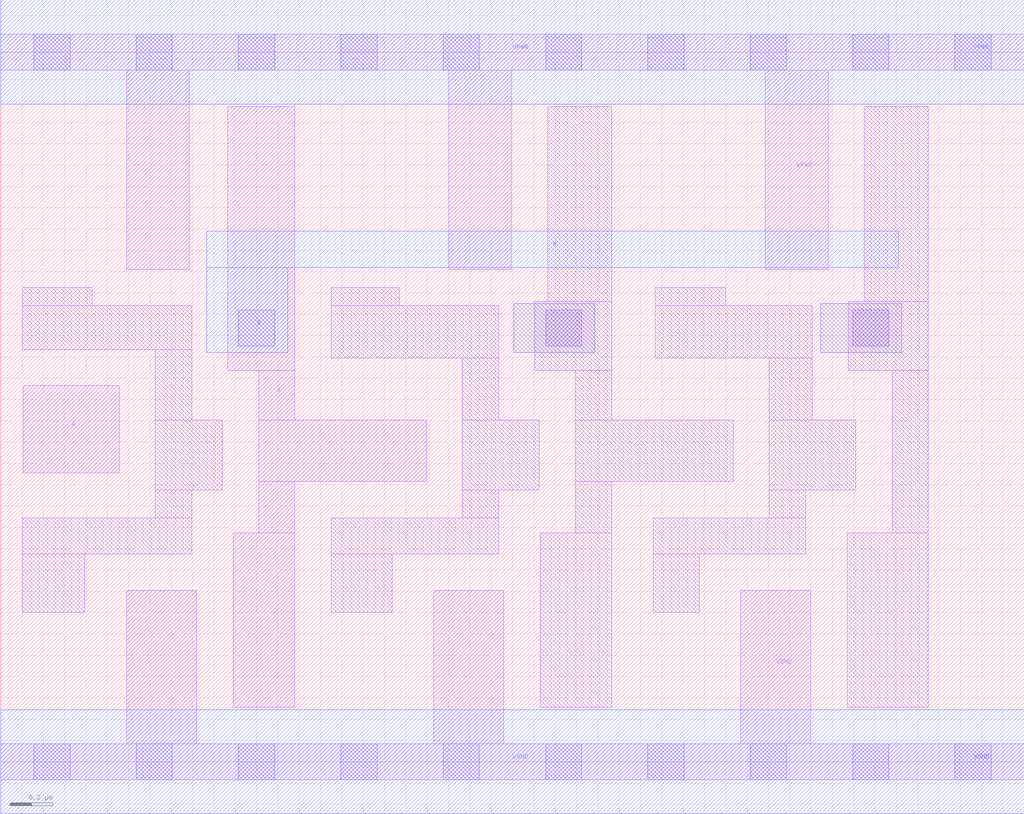
<source format=lef>
# Copyright 2020 The SkyWater PDK Authors
#
# Licensed under the Apache License, Version 2.0 (the "License");
# you may not use this file except in compliance with the License.
# You may obtain a copy of the License at
#
#     https://www.apache.org/licenses/LICENSE-2.0
#
# Unless required by applicable law or agreed to in writing, software
# distributed under the License is distributed on an "AS IS" BASIS,
# WITHOUT WARRANTIES OR CONDITIONS OF ANY KIND, either express or implied.
# See the License for the specific language governing permissions and
# limitations under the License.
#
# SPDX-License-Identifier: Apache-2.0

VERSION 5.7 ;
  NAMESCASESENSITIVE ON ;
  NOWIREEXTENSIONATPIN ON ;
  DIVIDERCHAR "/" ;
  BUSBITCHARS "[]" ;
UNITS
  DATABASE MICRONS 200 ;
END UNITS
MACRO sky130_fd_sc_ls__dlymetal6s2s_1
  CLASS CORE ;
  SOURCE USER ;
  FOREIGN sky130_fd_sc_ls__dlymetal6s2s_1 ;
  ORIGIN  0.000000  0.000000 ;
  SIZE  4.800000 BY  3.330000 ;
  SYMMETRY X Y ;
  SITE unit ;
  PIN A
    ANTENNAGATEAREA  0.126000 ;
    DIRECTION INPUT ;
    USE SIGNAL ;
    PORT
      LAYER li1 ;
        RECT 0.105000 1.355000 0.555000 1.765000 ;
    END
  END A
  PIN X
    ANTENNADIFFAREA  0.504100 ;
    ANTENNAGATEAREA  0.126000 ;
    DIRECTION OUTPUT ;
    USE SIGNAL ;
    PORT
      LAYER li1 ;
        RECT 1.065000 1.835000 1.380000 3.075000 ;
        RECT 1.090000 0.255000 1.380000 1.075000 ;
        RECT 1.210000 1.075000 1.380000 1.315000 ;
        RECT 1.210000 1.315000 1.995000 1.605000 ;
        RECT 1.210000 1.605000 1.380000 1.835000 ;
      LAYER mcon ;
        RECT 1.115000 1.950000 1.285000 2.120000 ;
      LAYER met1 ;
        RECT 0.965000 1.920000 1.345000 2.320000 ;
        RECT 0.965000 2.320000 4.210000 2.490000 ;
    END
  END X
  PIN VGND
    DIRECTION INOUT ;
    SHAPE ABUTMENT ;
    USE GROUND ;
    PORT
      LAYER li1 ;
        RECT 0.000000 -0.085000 4.800000 0.085000 ;
        RECT 0.590000  0.085000 0.920000 0.805000 ;
        RECT 2.030000  0.085000 2.360000 0.805000 ;
        RECT 3.470000  0.085000 3.800000 0.805000 ;
      LAYER mcon ;
        RECT 0.155000 -0.085000 0.325000 0.085000 ;
        RECT 0.635000 -0.085000 0.805000 0.085000 ;
        RECT 1.115000 -0.085000 1.285000 0.085000 ;
        RECT 1.595000 -0.085000 1.765000 0.085000 ;
        RECT 2.075000 -0.085000 2.245000 0.085000 ;
        RECT 2.555000 -0.085000 2.725000 0.085000 ;
        RECT 3.035000 -0.085000 3.205000 0.085000 ;
        RECT 3.515000 -0.085000 3.685000 0.085000 ;
        RECT 3.995000 -0.085000 4.165000 0.085000 ;
        RECT 4.475000 -0.085000 4.645000 0.085000 ;
      LAYER met1 ;
        RECT 0.000000 -0.245000 4.800000 0.245000 ;
    END
  END VGND
  PIN VPWR
    DIRECTION INOUT ;
    SHAPE ABUTMENT ;
    USE POWER ;
    PORT
      LAYER li1 ;
        RECT 0.000000 3.245000 4.800000 3.415000 ;
        RECT 0.590000 2.310000 0.885000 3.245000 ;
        RECT 2.100000 2.310000 2.395000 3.245000 ;
        RECT 3.585000 2.310000 3.880000 3.245000 ;
      LAYER mcon ;
        RECT 0.155000 3.245000 0.325000 3.415000 ;
        RECT 0.635000 3.245000 0.805000 3.415000 ;
        RECT 1.115000 3.245000 1.285000 3.415000 ;
        RECT 1.595000 3.245000 1.765000 3.415000 ;
        RECT 2.075000 3.245000 2.245000 3.415000 ;
        RECT 2.555000 3.245000 2.725000 3.415000 ;
        RECT 3.035000 3.245000 3.205000 3.415000 ;
        RECT 3.515000 3.245000 3.685000 3.415000 ;
        RECT 3.995000 3.245000 4.165000 3.415000 ;
        RECT 4.475000 3.245000 4.645000 3.415000 ;
      LAYER met1 ;
        RECT 0.000000 3.085000 4.800000 3.575000 ;
    END
  END VPWR
  OBS
    LAYER li1 ;
      RECT 0.100000 0.700000 0.395000 0.975000 ;
      RECT 0.100000 0.975000 0.895000 1.145000 ;
      RECT 0.100000 1.935000 0.895000 2.140000 ;
      RECT 0.100000 2.140000 0.430000 2.225000 ;
      RECT 0.725000 1.145000 0.895000 1.275000 ;
      RECT 0.725000 1.275000 1.040000 1.605000 ;
      RECT 0.725000 1.605000 0.895000 1.935000 ;
      RECT 1.550000 0.700000 1.835000 0.975000 ;
      RECT 1.550000 0.975000 2.335000 1.145000 ;
      RECT 1.550000 1.895000 2.335000 2.140000 ;
      RECT 1.550000 2.140000 1.870000 2.225000 ;
      RECT 2.165000 1.145000 2.335000 1.275000 ;
      RECT 2.165000 1.275000 2.525000 1.605000 ;
      RECT 2.165000 1.605000 2.335000 1.895000 ;
      RECT 2.505000 1.835000 2.865000 2.160000 ;
      RECT 2.530000 0.255000 2.865000 1.075000 ;
      RECT 2.565000 2.160000 2.865000 3.075000 ;
      RECT 2.695000 1.075000 2.865000 1.315000 ;
      RECT 2.695000 1.315000 3.435000 1.605000 ;
      RECT 2.695000 1.605000 2.865000 1.835000 ;
      RECT 3.060000 0.700000 3.275000 0.975000 ;
      RECT 3.060000 0.975000 3.775000 1.145000 ;
      RECT 3.070000 1.895000 3.805000 2.140000 ;
      RECT 3.070000 2.140000 3.400000 2.225000 ;
      RECT 3.605000 1.145000 3.775000 1.275000 ;
      RECT 3.605000 1.275000 4.010000 1.605000 ;
      RECT 3.605000 1.605000 3.805000 1.895000 ;
      RECT 3.970000 0.255000 4.350000 1.075000 ;
      RECT 3.975000 1.835000 4.350000 2.160000 ;
      RECT 4.050000 2.160000 4.350000 3.075000 ;
      RECT 4.180000 1.075000 4.350000 1.835000 ;
    LAYER mcon ;
      RECT 2.555000 1.950000 2.725000 2.120000 ;
      RECT 3.995000 1.950000 4.165000 2.120000 ;
    LAYER met1 ;
      RECT 2.405000 1.920000 2.785000 2.150000 ;
      RECT 3.845000 1.920000 4.225000 2.150000 ;
  END
END sky130_fd_sc_ls__dlymetal6s2s_1

</source>
